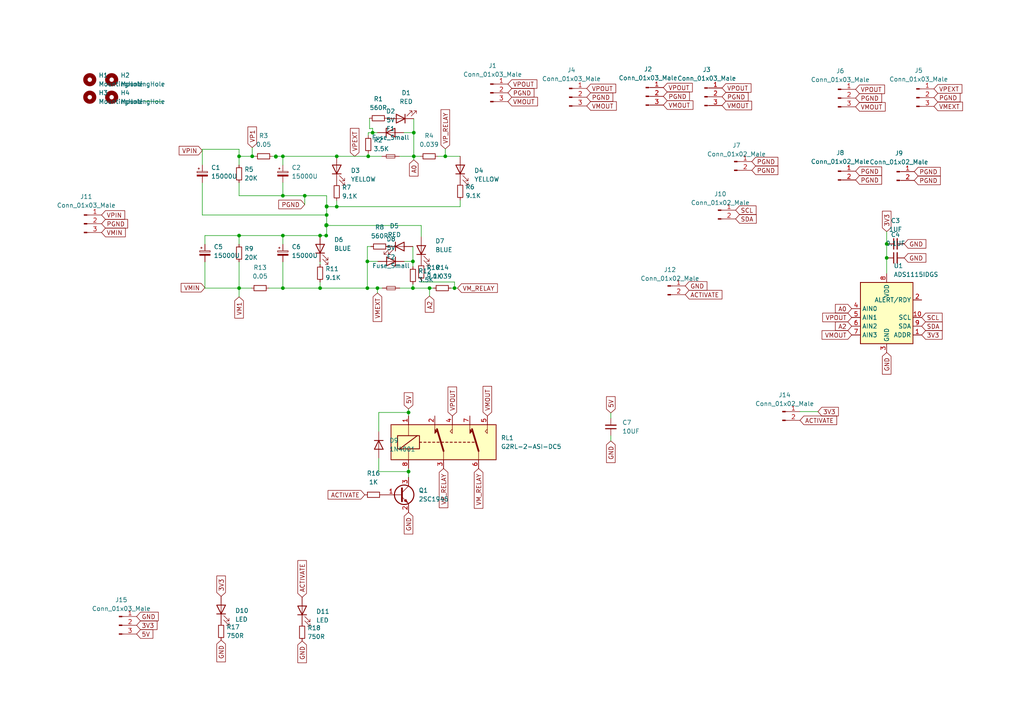
<source format=kicad_sch>
(kicad_sch (version 20211123) (generator eeschema)
  (paper "A4")
  (lib_symbols
    (symbol "Analog_ADC:ADS1115IDGS"
      (property "Reference" "U" (at 2.54 13.97 0))
      (property "Value" "ADS1115IDGS" (at 7.62 11.43 0))
      (symbol "ADS1115IDGS_0_1"
        (rectangle (start -7.62 10.16) (end 7.62 -7.62) (stroke (width 0.254)) (fill (type background)))
      )
      (symbol "ADS1115IDGS_1_1"
        (pin input line (at 10.16 -5.08 180) (length 2.54) (name "ADDR") (number "1"))
        (pin input line (at 10.16 0 180) (length 2.54) (name "SCL") (number "10"))
        (pin output line (at 10.16 5.08 180) (length 2.54) (name "ALERT/RDY") (number "2"))
        (pin power_in line (at 0 -10.16 90) (length 2.54) (name "GND") (number "3"))
        (pin input line (at -10.16 2.54 0) (length 2.54) (name "AIN0") (number "4"))
        (pin input line (at -10.16 0 0) (length 2.54) (name "AIN1") (number "5"))
        (pin input line (at -10.16 -2.54 0) (length 2.54) (name "AIN2") (number "6"))
        (pin input line (at -10.16 -5.08 0) (length 2.54) (name "AIN3") (number "7"))
        (pin power_in line (at 0 12.7 270) (length 2.54) (name "VDD") (number "8"))
        (pin bidirectional line (at 10.16 -2.54 180) (length 2.54) (name "SDA") (number "9"))
      )
    )
    (symbol "Connector:Conn_01x02_Male" (pin_names (offset 1.016) hide)
      (property "Reference" "J" (at 0 2.54 0))
      (property "Value" "Conn_01x02_Male" (at 0 -5.08 0))
      (symbol "Conn_01x02_Male_1_1"
        (polyline (pts (xy 1.27 -2.54) (xy 0.8636 -2.54)) (stroke (width 0.1524)))
        (polyline (pts (xy 1.27 0) (xy 0.8636 0)) (stroke (width 0.1524)))
        (rectangle (start 0.8636 -2.413) (end 0 -2.667) (stroke (width 0.1524)) (fill (type outline)))
        (rectangle (start 0.8636 0.127) (end 0 -0.127) (stroke (width 0.1524)) (fill (type outline)))
        (pin passive line (at 5.08 0 180) (length 3.81) (name "Pin_1") (number "1"))
        (pin passive line (at 5.08 -2.54 180) (length 3.81) (name "Pin_2") (number "2"))
      )
    )
    (symbol "Connector:Conn_01x03_Male" (pin_names (offset 1.016) hide)
      (property "Reference" "J" (at 0 5.08 0))
      (property "Value" "Conn_01x03_Male" (at 0 -5.08 0))
      (symbol "Conn_01x03_Male_1_1"
        (polyline (pts (xy 1.27 -2.54) (xy 0.8636 -2.54)) (stroke (width 0.1524)))
        (polyline (pts (xy 1.27 0) (xy 0.8636 0)) (stroke (width 0.1524)))
        (polyline (pts (xy 1.27 2.54) (xy 0.8636 2.54)) (stroke (width 0.1524)))
        (rectangle (start 0.8636 -2.413) (end 0 -2.667) (stroke (width 0.1524)) (fill (type outline)))
        (rectangle (start 0.8636 0.127) (end 0 -0.127) (stroke (width 0.1524)) (fill (type outline)))
        (rectangle (start 0.8636 2.667) (end 0 2.413) (stroke (width 0.1524)) (fill (type outline)))
        (pin passive line (at 5.08 2.54 180) (length 3.81) (name "Pin_1") (number "1"))
        (pin passive line (at 5.08 0 180) (length 3.81) (name "Pin_2") (number "2"))
        (pin passive line (at 5.08 -2.54 180) (length 3.81) (name "Pin_3") (number "3"))
      )
    )
    (symbol "Device:C_Polarized_Small" (pin_numbers hide) (pin_names (offset 0.254) hide)
      (property "Reference" "C" (at 0.254 1.778 0))
      (property "Value" "C_Polarized_Small" (at 0.254 -2.032 0))
      (symbol "C_Polarized_Small_0_1"
        (rectangle (start -1.524 -0.3048) (end 1.524 -0.6858) (fill (type outline)))
        (rectangle (start -1.524 0.6858) (end 1.524 0.3048))
        (polyline (pts (xy -1.27 1.524) (xy -0.762 1.524)))
        (polyline (pts (xy -1.016 1.27) (xy -1.016 1.778)))
      )
      (symbol "C_Polarized_Small_1_1"
        (pin passive line (at 0 2.54 270) (length 1.8542) (name "~") (number "1"))
        (pin passive line (at 0 -2.54 90) (length 1.8542) (name "~") (number "2"))
      )
    )
    (symbol "Device:C_Small" (pin_numbers hide) (pin_names (offset 0.254) hide)
      (property "Reference" "C" (at 0.254 1.778 0))
      (property "Value" "C_Small" (at 0.254 -2.032 0))
      (symbol "C_Small_0_1"
        (polyline (pts (xy -1.524 -0.508) (xy 1.524 -0.508)) (stroke (width 0.3302)))
        (polyline (pts (xy -1.524 0.508) (xy 1.524 0.508)) (stroke (width 0.3048)))
      )
      (symbol "C_Small_1_1"
        (pin passive line (at 0 2.54 270) (length 2.032) (name "~") (number "1"))
        (pin passive line (at 0 -2.54 90) (length 2.032) (name "~") (number "2"))
      )
    )
    (symbol "Device:D_Zener" (pin_numbers hide) (pin_names (offset 1.016) hide)
      (property "Reference" "D" (at 0 2.54 0))
      (property "Value" "D_Zener" (at 0 -2.54 0))
      (symbol "D_Zener_0_1"
        (polyline (pts (xy 1.27 0) (xy -1.27 0)))
        (polyline (pts (xy -1.27 -1.27) (xy -1.27 1.27) (xy -0.762 1.27)) (stroke (width 0.254)))
        (polyline (pts (xy 1.27 -1.27) (xy 1.27 1.27) (xy -1.27 0) (xy 1.27 -1.27)) (stroke (width 0.254)))
      )
      (symbol "D_Zener_1_1"
        (pin passive line (at -3.81 0 0) (length 2.54) (name "K") (number "1"))
        (pin passive line (at 3.81 0 180) (length 2.54) (name "A") (number "2"))
      )
    )
    (symbol "Device:Fuse_Small" (pin_numbers hide) (pin_names (offset 0.254) hide)
      (property "Reference" "F" (at 0 -1.524 0))
      (property "Value" "Fuse_Small" (at 0 1.524 0))
      (symbol "Fuse_Small_0_1"
        (rectangle (start -1.27 0.508) (end 1.27 -0.508))
        (polyline (pts (xy -1.27 0) (xy 1.27 0)))
      )
      (symbol "Fuse_Small_1_1"
        (pin passive line (at -2.54 0 0) (length 1.27) (name "~") (number "1"))
        (pin passive line (at 2.54 0 180) (length 1.27) (name "~") (number "2"))
      )
    )
    (symbol "Device:LED" (pin_numbers hide) (pin_names (offset 1.016) hide)
      (property "Reference" "D" (at 0 2.54 0))
      (property "Value" "LED" (at 0 -2.54 0))
      (symbol "LED_0_1"
        (polyline (pts (xy -1.27 -1.27) (xy -1.27 1.27)) (stroke (width 0.254)))
        (polyline (pts (xy -1.27 0) (xy 1.27 0)))
        (polyline (pts (xy 1.27 -1.27) (xy 1.27 1.27) (xy -1.27 0) (xy 1.27 -1.27)) (stroke (width 0.254)))
        (polyline (pts (xy -3.048 -0.762) (xy -4.572 -2.286) (xy -3.81 -2.286) (xy -4.572 -2.286) (xy -4.572 -1.524)))
        (polyline (pts (xy -1.778 -0.762) (xy -3.302 -2.286) (xy -2.54 -2.286) (xy -3.302 -2.286) (xy -3.302 -1.524)))
      )
      (symbol "LED_1_1"
        (pin passive line (at -3.81 0 0) (length 2.54) (name "K") (number "1"))
        (pin passive line (at 3.81 0 180) (length 2.54) (name "A") (number "2"))
      )
    )
    (symbol "Device:R_Small" (pin_numbers hide) (pin_names (offset 0.254) hide)
      (property "Reference" "R" (at 0.762 0.508 0))
      (property "Value" "R_Small" (at 0.762 -1.016 0))
      (symbol "R_Small_0_1"
        (rectangle (start -0.762 1.778) (end 0.762 -1.778) (stroke (width 0.2032)))
      )
      (symbol "R_Small_1_1"
        (pin passive line (at 0 2.54 270) (length 0.762) (name "~") (number "1"))
        (pin passive line (at 0 -2.54 90) (length 0.762) (name "~") (number "2"))
      )
    )
    (symbol "Diode:1N4001" (pin_numbers hide) (pin_names hide)
      (property "Reference" "D" (at 0 2.54 0))
      (property "Value" "1N4001" (at 0 -2.54 0))
      (symbol "1N4001_0_1"
        (polyline (pts (xy -1.27 1.27) (xy -1.27 -1.27)) (stroke (width 0.254)))
        (polyline (pts (xy 1.27 0) (xy -1.27 0)))
        (polyline (pts (xy 1.27 1.27) (xy 1.27 -1.27) (xy -1.27 0) (xy 1.27 1.27)) (stroke (width 0.254)))
      )
      (symbol "1N4001_1_1"
        (pin passive line (at -3.81 0 0) (length 2.54) (name "K") (number "1"))
        (pin passive line (at 3.81 0 180) (length 2.54) (name "A") (number "2"))
      )
    )
    (symbol "Mechanical:MountingHole" (pin_names (offset 1.016))
      (property "Reference" "H" (at 0 5.08 0))
      (property "Value" "MountingHole" (at 0 3.175 0))
      (symbol "MountingHole_0_1"
        (circle (center 0 0) (radius 1.27) (stroke (width 1.27)))
      )
    )
    (symbol "Relay:G2RL-2-ASI-DC5"
      (property "Reference" "RL" (at 16.51 3.81 0))
      (property "Value" "G2RL-2-ASI-DC5" (at 16.51 1.27 0))
      (symbol "G2RL-2-ASI-DC5_0_1"
        (rectangle (start -15.24 5.08) (end 15.24 -5.08) (stroke (width 0.254)) (fill (type background)))
        (rectangle (start -13.335 1.905) (end -6.985 -1.905) (stroke (width 0.254)))
        (polyline (pts (xy -12.7 -1.905) (xy -7.62 1.905)) (stroke (width 0.254)))
        (polyline (pts (xy -10.16 -5.08) (xy -10.16 -1.905)))
        (polyline (pts (xy -10.16 5.08) (xy -10.16 1.905)))
        (polyline (pts (xy -6.985 0) (xy -6.35 0)) (stroke (width 0.254)))
        (polyline (pts (xy -5.715 0) (xy -5.08 0)) (stroke (width 0.254)))
        (polyline (pts (xy -4.445 0) (xy -3.81 0)) (stroke (width 0.254)))
        (polyline (pts (xy -3.175 0) (xy -2.54 0)) (stroke (width 0.254)))
        (polyline (pts (xy -1.905 0) (xy -1.27 0)) (stroke (width 0.254)))
        (polyline (pts (xy -0.635 0) (xy 0 0)) (stroke (width 0.254)))
        (polyline (pts (xy 0 -2.54) (xy -1.905 3.81)) (stroke (width 0.508)))
        (polyline (pts (xy 0 -2.54) (xy 0 -5.08)))
        (polyline (pts (xy 0.635 0) (xy 1.27 0)) (stroke (width 0.254)))
        (polyline (pts (xy 1.905 0) (xy 2.54 0)) (stroke (width 0.254)))
        (polyline (pts (xy 3.175 0) (xy 3.81 0)) (stroke (width 0.254)))
        (polyline (pts (xy 4.445 0) (xy 5.08 0)) (stroke (width 0.254)))
        (polyline (pts (xy 5.715 0) (xy 6.35 0)) (stroke (width 0.254)))
        (polyline (pts (xy 6.985 0) (xy 7.62 0)) (stroke (width 0.254)))
        (polyline (pts (xy 8.255 0) (xy 8.89 0)) (stroke (width 0.254)))
        (polyline (pts (xy 10.16 -2.54) (xy 8.255 3.81)) (stroke (width 0.508)))
        (polyline (pts (xy 10.16 -2.54) (xy 10.16 -5.08)))
        (polyline (pts (xy -2.54 5.08) (xy -2.54 2.54) (xy -1.905 3.175) (xy -2.54 3.81)) (fill (type outline)))
        (polyline (pts (xy 2.54 5.08) (xy 2.54 2.54) (xy 1.905 3.175) (xy 2.54 3.81)))
        (polyline (pts (xy 7.62 5.08) (xy 7.62 2.54) (xy 8.255 3.175) (xy 7.62 3.81)) (fill (type outline)))
        (polyline (pts (xy 12.7 5.08) (xy 12.7 2.54) (xy 12.065 3.175) (xy 12.7 3.81)))
      )
      (symbol "G2RL-2-ASI-DC5_1_1"
        (pin passive line (at -10.16 7.62 270) (length 2.54) (name "~") (number "1"))
        (pin passive line (at -2.54 7.62 270) (length 2.54) (name "~") (number "2"))
        (pin passive line (at 0 -7.62 90) (length 2.54) (name "~") (number "3"))
        (pin passive line (at 2.54 7.62 270) (length 2.54) (name "~") (number "4"))
        (pin passive line (at 12.7 7.62 270) (length 2.54) (name "~") (number "5"))
        (pin passive line (at 10.16 -7.62 90) (length 2.54) (name "~") (number "6"))
        (pin passive line (at 7.62 7.62 270) (length 2.54) (name "~") (number "7"))
        (pin passive line (at -10.16 -7.62 90) (length 2.54) (name "~") (number "8"))
      )
    )
    (symbol "Transistor_BJT:2SC1945" (pin_names (offset 0) hide)
      (property "Reference" "Q" (at 5.08 1.905 0))
      (property "Value" "2SC1945" (at 5.08 0 0))
      (symbol "2SC1945_0_1"
        (polyline (pts (xy 0 0) (xy 0.635 0)))
        (polyline (pts (xy 2.54 2.54) (xy 0.635 0.635)))
        (polyline (pts (xy 0.635 1.905) (xy 0.635 -1.905) (xy 0.635 -1.905)) (stroke (width 0.508)))
        (polyline (pts (xy 2.286 -2.286) (xy 1.778 -1.778) (xy 1.778 -1.778)))
        (polyline (pts (xy 2.54 -2.54) (xy 0.635 -0.635) (xy 1.27 -1.27)) (fill (type outline)))
        (polyline (pts (xy 1.27 -1.778) (xy 1.778 -1.27) (xy 2.286 -2.286) (xy 1.27 -1.778) (xy 1.27 -1.778)) (fill (type outline)))
        (circle (center 1.27 0) (radius 2.8194) (stroke (width 0.3048)))
      )
      (symbol "2SC1945_1_1"
        (pin input line (at -5.08 0 0) (length 5.08) (name "B") (number "1"))
        (pin passive line (at 2.54 -5.08 90) (length 2.54) (name "E") (number "2"))
        (pin passive line (at 2.54 5.08 270) (length 2.54) (name "C") (number "3"))
      )
    )
  )
  (junction (at 106.553 83.566))
  (junction (at 94.615 65.278))
  (junction (at 69.342 68.326))
  (junction (at 97.663 45.339))
  (junction (at 118.491 119.634))
  (junction (at 94.742 65.278))
  (junction (at 94.742 59.817))
  (junction (at 97.663 59.944))
  (junction (at 80.01 45.339))
  (junction (at 69.342 45.339))
  (junction (at 120.015 45.339))
  (junction (at 257.175 70.739))
  (junction (at 108.077 38.481))
  (junction (at 73.152 45.339))
  (junction (at 94.742 62.357))
  (junction (at 119.761 75.819))
  (junction (at 82.042 83.566))
  (junction (at 88.392 56.769))
  (junction (at 92.837 68.326))
  (junction (at 109.474 83.566))
  (junction (at 120.015 38.481))
  (junction (at 82.042 45.339))
  (junction (at 82.042 68.326))
  (junction (at 94.615 68.326))
  (junction (at 118.491 136.779))
  (junction (at 82.042 56.769))
  (junction (at 69.342 83.566))
  (junction (at 80.01 45.466))
  (junction (at 131.826 83.566))
  (junction (at 106.807 45.339))
  (junction (at 257.175 74.803))
  (junction (at 124.587 83.566))
  (junction (at 94.615 65.405))
  (junction (at 129.159 45.339))
  (junction (at 94.742 59.944))
  (junction (at 92.837 83.566))
  (junction (at 106.553 75.819))
  (junction (at 119.761 83.566))
  (wire (pts (xy 59.436 68.326) (xy 69.342 68.326)))
  (wire (pts (xy 94.742 59.817) (xy 94.742 59.944)))
  (wire (pts (xy 120.015 38.481) (xy 120.015 45.339)))
  (wire (pts (xy 119.761 75.819) (xy 119.761 77.343)))
  (wire (pts (xy 129.159 45.339) (xy 133.477 45.339)))
  (wire (pts (xy 69.342 45.339) (xy 69.342 47.879)))
  (wire (pts (xy 109.855 136.779) (xy 118.491 136.779)))
  (wire (pts (xy 82.042 68.326) (xy 92.837 68.326)))
  (wire (pts (xy 69.342 68.326) (xy 82.042 68.326)))
  (wire (pts (xy 69.342 83.566) (xy 69.342 86.106)))
  (wire (pts (xy 58.674 43.307) (xy 58.674 47.879)))
  (wire (pts (xy 232.029 119.38) (xy 237.236 119.38)))
  (wire (pts (xy 130.81 83.566) (xy 131.826 83.566)))
  (wire (pts (xy 107.188 37.338) (xy 108.077 37.211)))
  (wire (pts (xy 117.221 75.819) (xy 119.761 75.819)))
  (wire (pts (xy 97.663 53.086) (xy 97.663 52.959)))
  (wire (pts (xy 78.994 45.339) (xy 80.01 45.339)))
  (wire (pts (xy 94.615 65.405) (xy 94.615 65.278)))
  (wire (pts (xy 109.855 132.842) (xy 109.855 136.779)))
  (wire (pts (xy 106.807 38.481) (xy 106.807 39.37)))
  (wire (pts (xy 131.826 81.788) (xy 122.174 81.788)))
  (wire (pts (xy 133.477 58.039) (xy 133.477 59.944)))
  (wire (pts (xy 80.01 45.339) (xy 82.042 45.339)))
  (wire (pts (xy 97.663 59.944) (xy 133.477 59.944)))
  (wire (pts (xy 82.042 45.339) (xy 97.663 45.339)))
  (wire (pts (xy 117.094 38.481) (xy 120.015 38.481)))
  (wire (pts (xy 88.392 56.769) (xy 94.742 56.769)))
  (wire (pts (xy 257.175 74.803) (xy 257.175 79.375)))
  (wire (pts (xy 129.159 43.18) (xy 129.159 45.339)))
  (wire (pts (xy 58.674 43.307) (xy 69.342 43.307)))
  (wire (pts (xy 257.175 67.183) (xy 257.175 70.739)))
  (wire (pts (xy 82.042 56.769) (xy 82.042 52.959)))
  (wire (pts (xy 119.761 82.423) (xy 119.761 83.566)))
  (wire (pts (xy 109.601 75.819) (xy 106.553 75.819)))
  (wire (pts (xy 124.587 83.566) (xy 124.587 85.852)))
  (wire (pts (xy 97.663 45.339) (xy 106.807 45.339)))
  (wire (pts (xy 92.837 75.946) (xy 92.837 76.708)))
  (wire (pts (xy 80.01 45.339) (xy 80.01 45.466)))
  (wire (pts (xy 106.553 83.566) (xy 109.474 83.566)))
  (wire (pts (xy 92.837 81.788) (xy 92.837 83.566)))
  (wire (pts (xy 69.342 56.769) (xy 82.042 56.769)))
  (wire (pts (xy 106.807 45.339) (xy 110.744 45.339)))
  (wire (pts (xy 94.615 68.326) (xy 94.742 68.326)))
  (wire (pts (xy 109.474 83.566) (xy 110.871 83.566)))
  (wire (pts (xy 119.761 83.566) (xy 124.587 83.566)))
  (wire (pts (xy 106.807 38.481) (xy 108.077 38.481)))
  (wire (pts (xy 58.674 52.959) (xy 58.674 62.357)))
  (wire (pts (xy 59.436 83.566) (xy 69.342 83.566)))
  (wire (pts (xy 127 45.339) (xy 129.159 45.339)))
  (wire (pts (xy 94.742 56.769) (xy 94.742 59.817)))
  (wire (pts (xy 58.674 62.357) (xy 94.742 62.357)))
  (wire (pts (xy 94.742 59.944) (xy 94.742 62.357)))
  (wire (pts (xy 118.491 119.634) (xy 118.491 120.65)))
  (wire (pts (xy 92.837 83.566) (xy 106.553 83.566)))
  (wire (pts (xy 118.491 136.779) (xy 118.491 135.89)))
  (wire (pts (xy 69.342 75.946) (xy 69.342 83.566)))
  (wire (pts (xy 82.042 56.769) (xy 88.392 56.769)))
  (wire (pts (xy 94.742 62.357) (xy 94.742 65.278)))
  (wire (pts (xy 106.553 71.501) (xy 107.569 71.501)))
  (wire (pts (xy 77.978 83.566) (xy 82.042 83.566)))
  (wire (pts (xy 82.042 68.326) (xy 82.042 70.866)))
  (wire (pts (xy 88.392 56.769) (xy 88.392 59.309)))
  (wire (pts (xy 46.99 29.464) (xy 41.91 29.337)))
  (wire (pts (xy 112.141 71.501) (xy 112.649 71.501)))
  (wire (pts (xy 120.015 45.339) (xy 121.92 45.339)))
  (wire (pts (xy 177.165 127.889) (xy 177.165 126.365)))
  (wire (pts (xy 115.824 45.339) (xy 120.015 45.339)))
  (wire (pts (xy 177.165 119.761) (xy 177.165 121.285)))
  (wire (pts (xy 124.587 83.566) (xy 125.73 83.566)))
  (wire (pts (xy 122.174 81.407) (xy 122.174 81.788)))
  (wire (pts (xy 119.761 71.501) (xy 119.761 75.819)))
  (wire (pts (xy 59.436 70.866) (xy 59.436 68.326)))
  (wire (pts (xy 257.175 70.739) (xy 257.175 74.803)))
  (wire (pts (xy 92.837 68.326) (xy 94.615 68.326)))
  (wire (pts (xy 131.826 83.566) (xy 132.715 83.566)))
  (wire (pts (xy 69.342 52.959) (xy 69.342 56.769)))
  (wire (pts (xy 109.855 119.634) (xy 109.855 125.222)))
  (wire (pts (xy 69.342 43.307) (xy 69.342 45.339)))
  (wire (pts (xy 94.742 65.278) (xy 94.742 68.326)))
  (wire (pts (xy 73.152 45.339) (xy 73.914 45.339)))
  (wire (pts (xy 82.042 45.339) (xy 82.042 47.879)))
  (wire (pts (xy 94.742 59.944) (xy 97.663 59.944)))
  (wire (pts (xy 106.553 71.501) (xy 106.553 75.819)))
  (wire (pts (xy 118.491 118.618) (xy 118.491 119.634)))
  (wire (pts (xy 118.491 138.43) (xy 118.491 136.779)))
  (wire (pts (xy 109.474 83.566) (xy 109.474 84.963)))
  (wire (pts (xy 106.807 44.45) (xy 106.807 45.339)))
  (wire (pts (xy 108.077 38.481) (xy 109.474 38.481)))
  (wire (pts (xy 73.152 42.799) (xy 73.152 45.339)))
  (wire (pts (xy 107.188 34.29) (xy 107.188 37.338)))
  (wire (pts (xy 82.042 83.566) (xy 92.837 83.566)))
  (wire (pts (xy 106.553 75.819) (xy 106.553 83.566)))
  (wire (pts (xy 82.042 75.946) (xy 82.042 83.566)))
  (wire (pts (xy 108.077 37.211) (xy 108.077 38.481)))
  (wire (pts (xy 97.663 58.166) (xy 97.663 59.944)))
  (wire (pts (xy 120.015 45.339) (xy 120.015 46.355)))
  (wire (pts (xy 69.342 68.326) (xy 69.342 70.866)))
  (wire (pts (xy 131.826 81.788) (xy 131.826 83.566)))
  (wire (pts (xy 120.015 34.417) (xy 120.015 38.481)))
  (wire (pts (xy 94.615 65.278) (xy 94.742 65.278)))
  (wire (pts (xy 122.174 65.405) (xy 94.615 65.405)))
  (wire (pts (xy 59.436 75.946) (xy 59.436 83.566)))
  (wire (pts (xy 69.342 45.339) (xy 73.152 45.339)))
  (wire (pts (xy 115.951 83.566) (xy 119.761 83.566)))
  (wire (pts (xy 69.342 83.566) (xy 72.898 83.566)))
  (wire (pts (xy 112.395 34.417) (xy 112.268 34.29)))
  (wire (pts (xy 118.491 119.634) (xy 109.855 119.634)))
  (wire (pts (xy 122.174 65.405) (xy 122.174 68.707)))
  (global_label "VMEXT" (shape input) (at 109.474 84.963 270) (property "Intersheet References" "${INTERSHEET_REFS}" (effects hide)))
  (global_label "GND" (shape input) (at 198.755 82.931 0) (property "Intersheet References" "${INTERSHEET_REFS}" (effects hide)))
  (global_label "GND" (shape input) (at 177.165 127.889 270) (property "Intersheet References" "${INTERSHEET_REFS}" (effects hide)))
  (global_label "GND" (shape input) (at 39.624 178.816 0) (property "Intersheet References" "${INTERSHEET_REFS}" (effects hide)))
  (global_label "VMIN" (shape input) (at 59.436 83.439 180) (property "Intersheet References" "${INTERSHEET_REFS}" (effects hide)))
  (global_label "VP1" (shape input) (at 73.152 42.799 90) (property "Intersheet References" "${INTERSHEET_REFS}" (effects hide)))
  (global_label "VPOUT" (shape input) (at 248.158 25.908 0) (property "Intersheet References" "${INTERSHEET_REFS}" (effects hide)))
  (global_label "ACTIVATE" (shape input) (at 87.63 173.228 90) (property "Intersheet References" "${INTERSHEET_REFS}" (effects hide)))
  (global_label "PGND" (shape input) (at 170.18 28.194 0) (property "Intersheet References" "${INTERSHEET_REFS}" (effects hide)))
  (global_label "PGND" (shape input) (at 209.423 28.067 0) (property "Intersheet References" "${INTERSHEET_REFS}" (effects hide)))
  (global_label "PGND" (shape input) (at 218.059 49.403 0) (property "Intersheet References" "${INTERSHEET_REFS}" (effects hide)))
  (global_label "VPOUT" (shape input) (at 170.18 25.654 0) (property "Intersheet References" "${INTERSHEET_REFS}" (effects hide)))
  (global_label "PGND" (shape input) (at 147.32 26.924 0) (property "Intersheet References" "${INTERSHEET_REFS}" (effects hide)))
  (global_label "GND" (shape input) (at 262.255 74.803 0) (property "Intersheet References" "${INTERSHEET_REFS}" (effects hide)))
  (global_label "VPOUT" (shape input) (at 192.405 25.4 0) (property "Intersheet References" "${INTERSHEET_REFS}" (effects hide)))
  (global_label "ACTIVATE" (shape input) (at 232.029 121.92 0) (property "Intersheet References" "${INTERSHEET_REFS}" (effects hide)))
  (global_label "VPIN" (shape input) (at 29.464 62.357 0) (property "Intersheet References" "${INTERSHEET_REFS}" (effects hide)))
  (global_label "3V3" (shape input) (at 39.624 181.356 0) (property "Intersheet References" "${INTERSHEET_REFS}" (effects hide)))
  (global_label "A2" (shape input) (at 124.587 85.852 270) (property "Intersheet References" "${INTERSHEET_REFS}" (effects hide)))
  (global_label "VP_RELAY" (shape input) (at 129.159 43.18 90) (property "Intersheet References" "${INTERSHEET_REFS}" (effects hide)))
  (global_label "PGND" (shape input) (at 248.158 28.448 0) (property "Intersheet References" "${INTERSHEET_REFS}" (effects hide)))
  (global_label "VMOUT" (shape input) (at 192.405 30.48 0) (property "Intersheet References" "${INTERSHEET_REFS}" (effects hide)))
  (global_label "VMOUT" (shape input) (at 147.32 29.464 0) (property "Intersheet References" "${INTERSHEET_REFS}" (effects hide)))
  (global_label "A0" (shape input) (at 247.015 89.535 180) (property "Intersheet References" "${INTERSHEET_REFS}" (effects hide)))
  (global_label "VPEXT" (shape input) (at 102.87 45.339 90) (property "Intersheet References" "${INTERSHEET_REFS}" (effects hide)))
  (global_label "3V3" (shape input) (at 64.135 172.974 90) (property "Intersheet References" "${INTERSHEET_REFS}" (effects hide)))
  (global_label "VM1" (shape input) (at 69.342 86.106 270) (property "Intersheet References" "${INTERSHEET_REFS}" (effects hide)))
  (global_label "ACTIVATE" (shape input) (at 105.791 143.51 180) (property "Intersheet References" "${INTERSHEET_REFS}" (effects hide)))
  (global_label "PGND" (shape input) (at 270.891 28.321 0) (property "Intersheet References" "${INTERSHEET_REFS}" (effects hide)))
  (global_label "VPEXT" (shape input) (at 270.891 25.781 0) (property "Intersheet References" "${INTERSHEET_REFS}" (effects hide)))
  (global_label "VPOUT" (shape input) (at 131.191 120.65 90) (property "Intersheet References" "${INTERSHEET_REFS}" (effects hide)))
  (global_label "VPIN" (shape input) (at 58.674 43.688 180) (property "Intersheet References" "${INTERSHEET_REFS}" (effects hide)))
  (global_label "VMOUT" (shape input) (at 248.158 30.988 0) (property "Intersheet References" "${INTERSHEET_REFS}" (effects hide)))
  (global_label "VMOUT" (shape input) (at 170.18 30.734 0) (property "Intersheet References" "${INTERSHEET_REFS}" (effects hide)))
  (global_label "GND" (shape input) (at 64.135 185.674 270) (property "Intersheet References" "${INTERSHEET_REFS}" (effects hide)))
  (global_label "PGND" (shape input) (at 248.158 52.197 0) (property "Intersheet References" "${INTERSHEET_REFS}" (effects hide)))
  (global_label "3V3" (shape input) (at 237.236 119.38 0) (property "Intersheet References" "${INTERSHEET_REFS}" (effects hide)))
  (global_label "VPOUT" (shape input) (at 209.423 25.527 0) (property "Intersheet References" "${INTERSHEET_REFS}" (effects hide)))
  (global_label "GND" (shape input) (at 262.255 70.739 0) (property "Intersheet References" "${INTERSHEET_REFS}" (effects hide)))
  (global_label "SDA" (shape input) (at 267.335 94.615 0) (property "Intersheet References" "${INTERSHEET_REFS}" (effects hide)))
  (global_label "VMOUT" (shape input) (at 141.351 120.65 90) (property "Intersheet References" "${INTERSHEET_REFS}" (effects hide)))
  (global_label "VM_RELAY" (shape input) (at 132.715 83.566 0) (property "Intersheet References" "${INTERSHEET_REFS}" (effects hide)))
  (global_label "PGND" (shape input) (at 265.176 52.324 0) (property "Intersheet References" "${INTERSHEET_REFS}" (effects hide)))
  (global_label "3V3" (shape input) (at 267.335 97.155 0) (property "Intersheet References" "${INTERSHEET_REFS}" (effects hide)))
  (global_label "ACTIVATE" (shape input) (at 198.755 85.471 0) (property "Intersheet References" "${INTERSHEET_REFS}" (effects hide)))
  (global_label "GND" (shape input) (at 87.63 185.928 270) (property "Intersheet References" "${INTERSHEET_REFS}" (effects hide)))
  (global_label "VMEXT" (shape input) (at 270.891 30.861 0) (property "Intersheet References" "${INTERSHEET_REFS}" (effects hide)))
  (global_label "PGND" (shape input) (at 248.158 49.657 0) (property "Intersheet References" "${INTERSHEET_REFS}" (effects hide)))
  (global_label "VMOUT" (shape input) (at 209.423 30.607 0) (property "Intersheet References" "${INTERSHEET_REFS}" (effects hide)))
  (global_label "VPOUT" (shape input) (at 247.015 92.075 180) (property "Intersheet References" "${INTERSHEET_REFS}" (effects hide)))
  (global_label "SCL" (shape input) (at 267.335 92.075 0) (property "Intersheet References" "${INTERSHEET_REFS}" (effects hide)))
  (global_label "PGND" (shape input) (at 218.059 46.863 0) (property "Intersheet References" "${INTERSHEET_REFS}" (effects hide)))
  (global_label "SDA" (shape input) (at 213.36 63.5 0) (property "Intersheet References" "${INTERSHEET_REFS}" (effects hide)))
  (global_label "3V3" (shape input) (at 257.175 67.183 90) (property "Intersheet References" "${INTERSHEET_REFS}" (effects hide)))
  (global_label "PGND" (shape input) (at 265.176 49.784 0) (property "Intersheet References" "${INTERSHEET_REFS}" (effects hide)))
  (global_label "5V" (shape input) (at 39.624 183.896 0) (property "Intersheet References" "${INTERSHEET_REFS}" (effects hide)))
  (global_label "GND" (shape input) (at 257.175 102.235 270) (property "Intersheet References" "${INTERSHEET_REFS}" (effects hide)))
  (global_label "PGND" (shape input) (at 88.392 59.309 180) (property "Intersheet References" "${INTERSHEET_REFS}" (effects hide)))
  (global_label "VP_RELAY" (shape input) (at 128.651 135.89 270) (property "Intersheet References" "${INTERSHEET_REFS}" (effects hide)))
  (global_label "VPOUT" (shape input) (at 147.32 24.384 0) (property "Intersheet References" "${INTERSHEET_REFS}" (effects hide)))
  (global_label "A0" (shape input) (at 120.015 46.355 270) (property "Intersheet References" "${INTERSHEET_REFS}" (effects hide)))
  (global_label "PGND" (shape input) (at 192.405 27.94 0) (property "Intersheet References" "${INTERSHEET_REFS}" (effects hide)))
  (global_label "SCL" (shape input) (at 213.36 60.96 0) (property "Intersheet References" "${INTERSHEET_REFS}" (effects hide)))
  (global_label "VMIN" (shape input) (at 29.464 67.437 0) (property "Intersheet References" "${INTERSHEET_REFS}" (effects hide)))
  (global_label "PGND" (shape input) (at 29.464 64.897 0) (property "Intersheet References" "${INTERSHEET_REFS}" (effects hide)))
  (global_label "VMOUT" (shape input) (at 247.015 97.155 180) (property "Intersheet References" "${INTERSHEET_REFS}" (effects hide)))
  (global_label "5V" (shape input) (at 177.165 119.761 90) (property "Intersheet References" "${INTERSHEET_REFS}" (effects hide)))
  (global_label "A2" (shape input) (at 247.015 94.615 180) (property "Intersheet References" "${INTERSHEET_REFS}" (effects hide)))
  (global_label "5V" (shape input) (at 118.491 118.618 90) (property "Intersheet References" "${INTERSHEET_REFS}" (effects hide)))
  (global_label "GND" (shape input) (at 118.491 148.59 270) (property "Intersheet References" "${INTERSHEET_REFS}" (effects hide)))
  (global_label "VM_RELAY" (shape input) (at 138.811 135.89 270) (property "Intersheet References" "${INTERSHEET_REFS}" (effects hide)))
  (symbol (lib_id "Device:C_Small") (at 259.715 70.739 90) (unit 1)
    (property "Reference" "C3" (at 259.7213 64.008 90))
    (property "Value" "1UF" (at 259.7213 66.548 90))
    (property "Footprint" "Capacitor_SMD:C_1206_3216Metric_Pad1.33x1.80mm_HandSolder" (effects hide))
  )
  (symbol (lib_id "Device:LED") (at 115.951 71.501 0) (unit 1)
    (property "Reference" "D5" (at 114.3635 65.532 0))
    (property "Value" "RED" (at 114.3635 68.072 0))
    (property "Footprint" "LED_SMD:LED_0805_2012Metric_Pad1.15x1.40mm_HandSolder" (effects hide))
  )
  (symbol (lib_id "Device:R_Small") (at 75.438 83.566 90) (unit 1)
    (property "Reference" "R13" (at 75.438 77.597 90))
    (property "Value" "0.05" (at 75.438 80.137 90))
    (property "Footprint" "Resistor_SMD:R_0612_1632Metric_Pad1.18x3.40mm_HandSolder" (effects hide))
  )
  (symbol (lib_id "Connector:Conn_01x02_Male") (at 243.078 49.657 0) (unit 1)
    (property "Reference" "J8" (at 243.713 44.323 0))
    (property "Value" "Conn_01x02_Male" (at 243.713 46.863 0))
    (property "Footprint" "Connector_JST:JST_PH_B2B-PH-K_1x02_P2.00mm_Vertical" (effects hide))
  )
  (symbol (lib_id "Connector:Conn_01x02_Male") (at 193.675 82.931 0) (unit 1)
    (property "Reference" "J12" (at 194.31 78.232 0))
    (property "Value" "Conn_01x02_Male" (at 194.31 80.772 0))
    (property "Footprint" "Connector_JST:JST_PH_B2B-PH-K_1x02_P2.00mm_Vertical" (effects hide))
  )
  (symbol (lib_id "Connector:Conn_01x03_Male") (at 142.24 26.924 0) (unit 1)
    (property "Reference" "J1" (at 142.875 19.05 0))
    (property "Value" "Conn_01x03_Male" (at 142.875 21.59 0))
    (property "Footprint" "Connector_JST:JST_VH_B3P-VH_1x03_P3.96mm_Vertical" (effects hide))
  )
  (symbol (lib_id "Connector:Conn_01x03_Male") (at 265.811 28.321 0) (unit 1)
    (property "Reference" "J5" (at 266.446 20.447 0))
    (property "Value" "Conn_01x03_Male" (at 266.446 22.987 0))
    (property "Footprint" "Connector_JST:JST_VH_B3P-VH_1x03_P3.96mm_Vertical" (effects hide))
  )
  (symbol (lib_id "Device:LED") (at 64.135 176.784 90) (unit 1)
    (property "Reference" "D10" (at 68.199 177.1014 90) (effects (justify right)))
    (property "Value" "LED" (at 68.199 179.6414 90) (effects (justify right)))
    (property "Footprint" "LED_SMD:LED_0805_2012Metric_Pad1.15x1.40mm_HandSolder" (effects hide))
  )
  (symbol (lib_id "Device:C_Polarized_Small") (at 82.042 73.406 0) (unit 1)
    (property "Reference" "C6" (at 84.582 71.5898 0) (effects (justify left)))
    (property "Value" "15000U" (at 84.582 74.1298 0) (effects (justify left)))
    (property "Footprint" "Capacitor_THT:CP_Radial_D30.0mm_P10.00mm_SnapIn" (effects hide))
  )
  (symbol (lib_id "Mechanical:MountingHole") (at 26.035 28.194 0) (unit 1)
    (property "Reference" "H3" (at 28.575 26.9239 0) (effects (justify left)))
    (property "Value" "MountingHole" (at 28.575 29.4639 0) (effects (justify left)))
    (property "Footprint" "MountingHole:MountingHole_3mm" (effects hide))
  )
  (symbol (lib_id "Connector:Conn_01x03_Male") (at 34.544 181.356 0) (unit 1)
    (property "Reference" "J15" (at 35.179 173.99 0))
    (property "Value" "Conn_01x03_Male" (at 35.179 176.53 0))
    (property "Footprint" "Connector_JST:JST_PH_B3B-PH-K_1x03_P2.00mm_Vertical" (effects hide))
  )
  (symbol (lib_id "Device:D_Zener") (at 113.411 75.819 180) (unit 1)
    (property "Reference" "D8" (at 113.411 69.342 0))
    (property "Value" "5V" (at 113.411 71.882 0))
    (property "Footprint" "Diode_SMD:D_MELF" (effects hide))
  )
  (symbol (lib_id "Device:R_Small") (at 108.331 143.51 90) (unit 1)
    (property "Reference" "R16" (at 108.331 137.287 90))
    (property "Value" "1K" (at 108.331 139.827 90))
    (property "Footprint" "Resistor_SMD:R_0603_1608Metric" (effects hide))
  )
  (symbol (lib_id "Connector:Conn_01x03_Male") (at 165.1 28.194 0) (unit 1)
    (property "Reference" "J4" (at 165.735 20.32 0))
    (property "Value" "Conn_01x03_Male" (at 165.735 22.86 0))
    (property "Footprint" "Connector_JST:JST_VH_B3P-VH_1x03_P3.96mm_Vertical" (effects hide))
  )
  (symbol (lib_id "Device:LED") (at 97.663 49.149 90) (unit 1)
    (property "Reference" "D3" (at 101.727 49.4664 90) (effects (justify right)))
    (property "Value" "YELLOW" (at 101.727 52.0064 90) (effects (justify right)))
    (property "Footprint" "LED_SMD:LED_0805_2012Metric_Pad1.15x1.40mm_HandSolder" (effects hide))
  )
  (symbol (lib_id "Connector:Conn_01x03_Male") (at 24.384 64.897 0) (unit 1)
    (property "Reference" "J11" (at 25.019 57.023 0))
    (property "Value" "Conn_01x03_Male" (at 25.019 59.563 0))
    (property "Footprint" "Connector_JST:JST_VH_B3P-VH_1x03_P3.96mm_Vertical" (effects hide))
  )
  (symbol (lib_id "Device:R_Small") (at 110.109 71.501 90) (unit 1)
    (property "Reference" "R8" (at 110.109 65.913 90))
    (property "Value" "560R" (at 110.109 68.453 90))
    (property "Footprint" "Resistor_SMD:R_0805_2012Metric_Pad1.20x1.40mm_HandSolder" (effects hide))
  )
  (symbol (lib_id "Device:R_Small") (at 97.663 55.626 0) (unit 1)
    (property "Reference" "R7" (at 99.187 54.3559 0) (effects (justify left)))
    (property "Value" "9.1K" (at 99.187 56.8959 0) (effects (justify left)))
    (property "Footprint" "Resistor_SMD:R_0805_2012Metric_Pad1.20x1.40mm_HandSolder" (effects hide))
  )
  (symbol (lib_id "Device:LED") (at 116.205 34.417 180) (unit 1)
    (property "Reference" "D1" (at 117.7925 26.924 0))
    (property "Value" "RED" (at 117.7925 29.464 0))
    (property "Footprint" "LED_SMD:LED_0805_2012Metric_Pad1.15x1.40mm_HandSolder" (effects hide))
  )
  (symbol (lib_id "Device:LED") (at 92.837 72.136 90) (unit 1)
    (property "Reference" "D6" (at 96.901 69.5324 90) (effects (justify right)))
    (property "Value" "BLUE" (at 96.901 72.0724 90) (effects (justify right)))
    (property "Footprint" "LED_SMD:LED_0805_2012Metric_Pad1.15x1.40mm_HandSolder" (effects hide))
  )
  (symbol (lib_id "Mechanical:MountingHole") (at 26.035 23.114 0) (unit 1)
    (property "Reference" "H1" (at 28.575 21.8439 0) (effects (justify left)))
    (property "Value" "MountingHole" (at 28.575 24.3839 0) (effects (justify left)))
    (property "Footprint" "MountingHole:MountingHole_3mm" (effects hide))
  )
  (symbol (lib_id "Device:C_Polarized_Small") (at 58.674 50.419 0) (unit 1)
    (property "Reference" "C1" (at 61.214 48.6028 0) (effects (justify left)))
    (property "Value" "15000U" (at 61.214 51.1428 0) (effects (justify left)))
    (property "Footprint" "Capacitor_THT:CP_Radial_D30.0mm_P10.00mm_SnapIn" (effects hide))
  )
  (symbol (lib_id "Device:C_Polarized_Small") (at 59.436 73.406 0) (unit 1)
    (property "Reference" "C5" (at 61.976 71.5898 0) (effects (justify left)))
    (property "Value" "15000U" (at 61.976 74.1298 0) (effects (justify left)))
    (property "Footprint" "Capacitor_THT:CP_Radial_D30.0mm_P10.00mm_SnapIn" (effects hide))
  )
  (symbol (lib_id "Device:R_Small") (at 119.761 79.883 180) (unit 1)
    (property "Reference" "R12" (at 121.285 78.6129 0) (effects (justify right)))
    (property "Value" "3.5K" (at 121.285 81.1529 0) (effects (justify right)))
    (property "Footprint" "Resistor_SMD:R_1206_3216Metric_Pad1.30x1.75mm_HandSolder" (effects hide))
  )
  (symbol (lib_id "Device:R_Small") (at 122.174 78.867 0) (unit 1)
    (property "Reference" "R10" (at 123.698 77.5969 0) (effects (justify left)))
    (property "Value" "9.1K" (at 123.698 80.1369 0) (effects (justify left)))
    (property "Footprint" "Resistor_SMD:R_0805_2012Metric_Pad1.20x1.40mm_HandSolder" (effects hide))
  )
  (symbol (lib_id "Device:Fuse_Small") (at 113.411 83.566 0) (unit 1)
    (property "Reference" "F2" (at 113.411 74.549 0))
    (property "Value" "Fuse_Small" (at 113.411 77.089 0))
    (property "Footprint" "Fuse:Fuseholder_Blade_Mini_Keystone_3568" (effects hide))
  )
  (symbol (lib_id "Connector:Conn_01x02_Male") (at 212.979 46.863 0) (unit 1)
    (property "Reference" "J7" (at 213.614 42.164 0))
    (property "Value" "Conn_01x02_Male" (at 213.614 44.704 0))
    (property "Footprint" "Connector_JST:JST_PH_B2B-PH-K_1x02_P2.00mm_Vertical" (effects hide))
  )
  (symbol (lib_id "Connector:Conn_01x03_Male") (at 187.325 27.94 0) (unit 1)
    (property "Reference" "J2" (at 187.96 20.066 0))
    (property "Value" "Conn_01x03_Male" (at 187.96 22.606 0))
    (property "Footprint" "Connector_JST:JST_VH_B3P-VH_1x03_P3.96mm_Vertical" (effects hide))
  )
  (symbol (lib_id "Device:C_Polarized_Small") (at 82.042 50.419 0) (unit 1)
    (property "Reference" "C2" (at 84.582 48.6028 0) (effects (justify left)))
    (property "Value" "15000U" (at 84.582 51.1428 0) (effects (justify left)))
    (property "Footprint" "Capacitor_THT:CP_Radial_D30.0mm_P10.00mm_SnapIn" (effects hide))
  )
  (symbol (lib_id "Relay:G2RL-2-ASI-DC5") (at 128.651 128.27 0) (unit 1)
    (property "Reference" "RL1" (at 145.288 126.9999 0) (effects (justify left)))
    (property "Value" "G2RL-2-ASI-DC5" (at 145.288 129.5399 0) (effects (justify left)))
    (property "Footprint" "Relay_THT:Relay_DPDT_Omron_G2RL" (effects hide))
    (property "Datasheet" "https://omronfs.omron.com/en_US/ecb/products/pdf/en-g2rl.pdf" (effects hide))
  )
  (symbol (lib_id "Device:R_Small") (at 69.342 50.419 0) (unit 1)
    (property "Reference" "R5" (at 70.866 49.1489 0) (effects (justify left)))
    (property "Value" "20K" (at 70.866 51.6889 0) (effects (justify left)))
    (property "Footprint" "Resistor_SMD:R_0805_2012Metric_Pad1.20x1.40mm_HandSolder" (effects hide))
  )
  (symbol (lib_id "Device:R_Small") (at 109.728 34.29 90) (unit 1)
    (property "Reference" "R1" (at 109.728 28.702 90))
    (property "Value" "560R" (at 109.728 31.242 90))
    (property "Footprint" "Resistor_SMD:R_0805_2012Metric_Pad1.20x1.40mm_HandSolder" (effects hide))
  )
  (symbol (lib_id "Analog_ADC:ADS1115IDGS") (at 257.175 92.075 0) (unit 1)
    (property "Reference" "U1" (at 259.1944 77.089 0) (effects (justify left)))
    (property "Value" "ADS1115IDGS" (at 259.1944 79.629 0) (effects (justify left)))
    (property "Footprint" "Package_SO:TSSOP-10_3x3mm_P0.5mm" (effects hide))
    (property "Datasheet" "http://www.ti.com/lit/ds/symlink/ads1113.pdf" (effects hide))
  )
  (symbol (lib_id "Device:R_Small") (at 76.454 45.339 90) (unit 1)
    (property "Reference" "R3" (at 76.454 39.37 90))
    (property "Value" "0.05" (at 76.454 41.91 90))
    (property "Footprint" "Resistor_SMD:R_0612_1632Metric_Pad1.18x3.40mm_HandSolder" (effects hide))
  )
  (symbol (lib_id "Device:R_Small") (at 92.837 79.248 0) (unit 1)
    (property "Reference" "R11" (at 94.361 77.9779 0) (effects (justify left)))
    (property "Value" "9.1K" (at 94.361 80.5179 0) (effects (justify left)))
    (property "Footprint" "Resistor_SMD:R_0805_2012Metric_Pad1.20x1.40mm_HandSolder" (effects hide))
  )
  (symbol (lib_id "Device:LED") (at 87.63 177.038 90) (unit 1)
    (property "Reference" "D11" (at 91.694 177.3554 90) (effects (justify right)))
    (property "Value" "LED" (at 91.694 179.8954 90) (effects (justify right)))
    (property "Footprint" "LED_SMD:LED_0805_2012Metric_Pad1.15x1.40mm_HandSolder" (effects hide))
  )
  (symbol (lib_id "Device:D_Zener") (at 113.284 38.481 0) (unit 1)
    (property "Reference" "D2" (at 113.284 32.258 0))
    (property "Value" "5V" (at 113.284 34.798 0))
    (property "Footprint" "Diode_SMD:D_MELF" (effects hide))
  )
  (symbol (lib_id "Connector:Conn_01x03_Male") (at 243.078 28.448 0) (unit 1)
    (property "Reference" "J6" (at 243.713 20.574 0))
    (property "Value" "Conn_01x03_Male" (at 243.713 23.114 0))
    (property "Footprint" "Connector_JST:JST_VH_B3P-VH_1x03_P3.96mm_Vertical" (effects hide))
  )
  (symbol (lib_id "Mechanical:MountingHole") (at 32.385 28.194 0) (unit 1)
    (property "Reference" "H4" (at 34.925 26.9239 0) (effects (justify left)))
    (property "Value" "MountingHole" (at 34.925 29.4639 0) (effects (justify left)))
    (property "Footprint" "MountingHole:MountingHole_3.2mm_M3" (effects hide))
  )
  (symbol (lib_id "Device:LED") (at 122.174 72.517 90) (unit 1)
    (property "Reference" "D7" (at 126.238 69.9134 90) (effects (justify right)))
    (property "Value" "BLUE" (at 126.238 72.4534 90) (effects (justify right)))
    (property "Footprint" "LED_SMD:LED_0805_2012Metric_Pad1.15x1.40mm_HandSolder" (effects hide))
  )
  (symbol (lib_id "Connector:Conn_01x03_Male") (at 204.343 28.067 0) (unit 1)
    (property "Reference" "J3" (at 204.978 20.193 0))
    (property "Value" "Conn_01x03_Male" (at 204.978 22.733 0))
    (property "Footprint" "Connector_JST:JST_VH_B3P-VH_1x03_P3.96mm_Vertical" (effects hide))
  )
  (symbol (lib_id "Device:R_Small") (at 128.27 83.566 90) (unit 1)
    (property "Reference" "R14" (at 128.27 77.597 90))
    (property "Value" "0.039" (at 128.27 80.137 90))
    (property "Footprint" "Resistor_SMD:R_0612_1632Metric_Pad1.18x3.40mm_HandSolder" (effects hide))
  )
  (symbol (lib_id "Device:R_Small") (at 69.342 73.406 0) (unit 1)
    (property "Reference" "R9" (at 70.866 72.1359 0) (effects (justify left)))
    (property "Value" "20K" (at 70.866 74.6759 0) (effects (justify left)))
    (property "Footprint" "Resistor_SMD:R_0805_2012Metric_Pad1.20x1.40mm_HandSolder" (effects hide))
  )
  (symbol (lib_id "Diode:1N4001") (at 109.855 129.032 270) (unit 1)
    (property "Reference" "D9" (at 112.903 127.7619 90) (effects (justify left)))
    (property "Value" "1N4001" (at 112.903 130.3019 90) (effects (justify left)))
    (property "Footprint" "Diode_SMD:D_SMA" (effects hide))
    (property "Datasheet" "http://www.vishay.com/docs/88503/1n4001.pdf" (effects hide))
  )
  (symbol (lib_id "Device:C_Small") (at 259.715 74.803 90) (unit 1)
    (property "Reference" "C4" (at 259.7213 68.072 90))
    (property "Value" "0.1UF" (at 259.7213 70.612 90))
    (property "Footprint" "Capacitor_SMD:C_0603_1608Metric_Pad1.08x0.95mm_HandSolder" (effects hide))
  )
  (symbol (lib_id "Connector:Conn_01x02_Male") (at 260.096 49.784 0) (unit 1)
    (property "Reference" "J9" (at 260.731 44.45 0))
    (property "Value" "Conn_01x02_Male" (at 260.731 46.99 0))
    (property "Footprint" "Connector_JST:JST_VH_B2P-VH-B_1x02_P3.96mm_Vertical" (effects hide))
  )
  (symbol (lib_id "Device:LED") (at 133.477 49.149 90) (unit 1)
    (property "Reference" "D4" (at 137.541 49.4664 90) (effects (justify right)))
    (property "Value" "YELLOW" (at 137.541 52.0064 90) (effects (justify right)))
    (property "Footprint" "LED_SMD:LED_0805_2012Metric_Pad1.15x1.40mm_HandSolder" (effects hide))
  )
  (symbol (lib_id "Mechanical:MountingHole") (at 32.385 23.114 0) (unit 1)
    (property "Reference" "H2" (at 34.925 21.8439 0) (effects (justify left)))
    (property "Value" "MountingHole" (at 34.925 24.3839 0) (effects (justify left)))
    (property "Footprint" "MountingHole:MountingHole_3.2mm_M3" (effects hide))
  )
  (symbol (lib_id "Connector:Conn_01x02_Male") (at 226.949 119.38 0) (unit 1)
    (property "Reference" "J14" (at 227.584 114.554 0))
    (property "Value" "Conn_01x02_Male" (at 227.584 117.094 0))
    (property "Footprint" "Connector_PinHeader_2.54mm:PinHeader_1x02_P2.54mm_Vertical" (effects hide))
  )
  (symbol (lib_id "Device:R_Small") (at 133.477 55.499 0) (unit 1)
    (property "Reference" "R6" (at 135.001 54.2289 0) (effects (justify left)))
    (property "Value" "9.1K" (at 135.001 56.7689 0) (effects (justify left)))
    (property "Footprint" "Resistor_SMD:R_0805_2012Metric_Pad1.20x1.40mm_HandSolder" (effects hide))
  )
  (symbol (lib_id "Device:C_Small") (at 177.165 123.825 180) (unit 1)
    (property "Reference" "C7" (at 180.467 122.5485 0) (effects (justify right)))
    (property "Value" "10UF" (at 180.467 125.0885 0) (effects (justify right)))
    (property "Footprint" "Capacitor_SMD:C_1206_3216Metric_Pad1.33x1.80mm_HandSolder" (effects hide))
  )
  (symbol (lib_id "Device:R_Small") (at 64.135 183.134 0) (unit 1)
    (property "Reference" "R17" (at 65.659 181.8639 0) (effects (justify left)))
    (property "Value" "750R" (at 65.659 184.4039 0) (effects (justify left)))
    (property "Footprint" "Resistor_SMD:R_0805_2012Metric_Pad1.20x1.40mm_HandSolder" (effects hide))
  )
  (symbol (lib_id "Transistor_BJT:2SC1945") (at 115.951 143.51 0) (unit 1)
    (property "Reference" "Q1" (at 121.412 142.2399 0) (effects (justify left)))
    (property "Value" "2SC1945" (at 121.412 144.7799 0) (effects (justify left)))
    (property "Footprint" "Package_TO_SOT_SMD:SOT-23_Handsoldering" (effects hide))
    (property "Datasheet" "http://rtellason.com/transdata/2sc1945.pdf" (effects hide))
  )
  (symbol (lib_id "Device:Fuse_Small") (at 113.284 45.339 0) (unit 1)
    (property "Reference" "F1" (at 113.284 37.338 0))
    (property "Value" "Fuse_Small" (at 113.284 39.878 0))
    (property "Footprint" "Fuse:Fuseholder_Blade_Mini_Keystone_3568" (effects hide))
  )
  (symbol (lib_id "Device:R_Small") (at 106.807 41.91 180) (unit 1)
    (property "Reference" "R2" (at 108.331 40.6399 0) (effects (justify right)))
    (property "Value" "3.5K" (at 108.331 43.1799 0) (effects (justify right)))
    (property "Footprint" "Resistor_SMD:R_1206_3216Metric_Pad1.30x1.75mm_HandSolder" (effects hide))
  )
  (symbol (lib_id "Connector:Conn_01x02_Male") (at 208.28 60.96 0) (unit 1)
    (property "Reference" "J10" (at 208.915 56.261 0))
    (property "Value" "Conn_01x02_Male" (at 208.915 58.801 0))
    (property "Footprint" "Connector_JST:JST_PH_B2B-PH-K_1x02_P2.00mm_Vertical" (effects hide))
  )
  (symbol (lib_id "Device:R_Small") (at 124.46 45.339 90) (unit 1)
    (property "Reference" "R4" (at 124.46 39.37 90))
    (property "Value" "0.039" (at 124.46 41.91 90))
    (property "Footprint" "Resistor_SMD:R_0612_1632Metric_Pad1.18x3.40mm_HandSolder" (effects hide))
  )
  (symbol (lib_id "Device:R_Small") (at 87.63 183.388 0) (unit 1)
    (property "Reference" "R18" (at 89.154 182.1179 0) (effects (justify left)))
    (property "Value" "750R" (at 89.154 184.6579 0) (effects (justify left)))
    (property "Footprint" "Resistor_SMD:R_0805_2012Metric_Pad1.20x1.40mm_HandSolder" (effects hide))
  )
)
</source>
